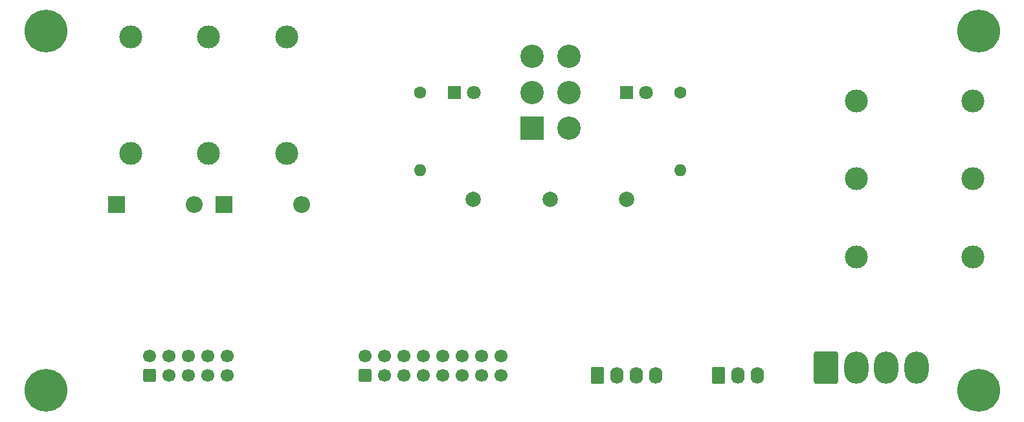
<source format=gbs>
%TF.GenerationSoftware,KiCad,Pcbnew,8.0.6*%
%TF.CreationDate,2025-02-13T13:22:52+00:00*%
%TF.ProjectId,power-distribution-board,706f7765-722d-4646-9973-747269627574,r01*%
%TF.SameCoordinates,Original*%
%TF.FileFunction,Soldermask,Bot*%
%TF.FilePolarity,Negative*%
%FSLAX46Y46*%
G04 Gerber Fmt 4.6, Leading zero omitted, Abs format (unit mm)*
G04 Created by KiCad (PCBNEW 8.0.6) date 2025-02-13 13:22:52*
%MOMM*%
%LPD*%
G01*
G04 APERTURE LIST*
G04 Aperture macros list*
%AMRoundRect*
0 Rectangle with rounded corners*
0 $1 Rounding radius*
0 $2 $3 $4 $5 $6 $7 $8 $9 X,Y pos of 4 corners*
0 Add a 4 corners polygon primitive as box body*
4,1,4,$2,$3,$4,$5,$6,$7,$8,$9,$2,$3,0*
0 Add four circle primitives for the rounded corners*
1,1,$1+$1,$2,$3*
1,1,$1+$1,$4,$5*
1,1,$1+$1,$6,$7*
1,1,$1+$1,$8,$9*
0 Add four rect primitives between the rounded corners*
20,1,$1+$1,$2,$3,$4,$5,0*
20,1,$1+$1,$4,$5,$6,$7,0*
20,1,$1+$1,$6,$7,$8,$9,0*
20,1,$1+$1,$8,$9,$2,$3,0*%
G04 Aperture macros list end*
%ADD10R,1.800000X1.800000*%
%ADD11C,1.800000*%
%ADD12C,3.000000*%
%ADD13C,5.600000*%
%ADD14C,2.000000*%
%ADD15R,3.048000X3.048000*%
%ADD16C,3.048000*%
%ADD17C,1.600000*%
%ADD18O,1.600000X1.600000*%
%ADD19RoundRect,0.250000X0.600000X-0.600000X0.600000X0.600000X-0.600000X0.600000X-0.600000X-0.600000X0*%
%ADD20C,1.700000*%
%ADD21R,2.200000X2.200000*%
%ADD22O,2.200000X2.200000*%
%ADD23RoundRect,0.250000X-0.620000X-0.845000X0.620000X-0.845000X0.620000X0.845000X-0.620000X0.845000X0*%
%ADD24O,1.740000X2.190000*%
%ADD25RoundRect,0.250000X-1.330000X-1.850000X1.330000X-1.850000X1.330000X1.850000X-1.330000X1.850000X0*%
%ADD26O,3.160000X4.200000*%
G04 APERTURE END LIST*
D10*
%TO.C,D2*%
X149000000Y-82000000D03*
D11*
X151540000Y-82000000D03*
%TD*%
D10*
%TO.C,D1*%
X126460000Y-82000000D03*
D11*
X129000000Y-82000000D03*
%TD*%
D12*
%TO.C,J8*%
X179000000Y-83100000D03*
X194300000Y-83100000D03*
%TD*%
D13*
%TO.C,H3*%
X195000000Y-74000000D03*
%TD*%
D14*
%TO.C,TP3*%
X139000000Y-96000000D03*
%TD*%
D12*
%TO.C,J9*%
X179000000Y-103500000D03*
X194300000Y-103500000D03*
%TD*%
D13*
%TO.C,H1*%
X73000000Y-74000000D03*
%TD*%
D15*
%TO.C,SW1*%
X136587000Y-86699000D03*
D16*
X136587000Y-82000000D03*
X136587000Y-77301000D03*
X141413000Y-86699000D03*
X141413000Y-82000000D03*
X141413000Y-77301000D03*
%TD*%
D17*
%TO.C,R2*%
X156000000Y-82000000D03*
D18*
X156000000Y-92160000D03*
%TD*%
D12*
%TO.C,J1*%
X84100000Y-90000000D03*
X84100000Y-74700000D03*
%TD*%
D14*
%TO.C,TP1*%
X128913000Y-96000000D03*
%TD*%
D12*
%TO.C,J3*%
X94305000Y-90000000D03*
X94305000Y-74700000D03*
%TD*%
D19*
%TO.C,J5*%
X86532500Y-119000000D03*
D20*
X86532500Y-116460000D03*
X89072500Y-119000000D03*
X89072500Y-116460000D03*
X91612500Y-119000000D03*
X91612500Y-116460000D03*
X94152500Y-119000000D03*
X94152500Y-116460000D03*
X96692500Y-119000000D03*
X96692500Y-116460000D03*
%TD*%
D21*
%TO.C,D4*%
X96305000Y-96700000D03*
D22*
X106465000Y-96700000D03*
%TD*%
D23*
%TO.C,J7*%
X161000000Y-118980000D03*
D24*
X163540000Y-118980000D03*
X166080000Y-118980000D03*
%TD*%
D23*
%TO.C,J6*%
X145190000Y-118980000D03*
D24*
X147730000Y-118980000D03*
X150270000Y-118980000D03*
X152810000Y-118980000D03*
%TD*%
D21*
%TO.C,D3*%
X82225000Y-96700000D03*
D22*
X92385000Y-96700000D03*
%TD*%
D17*
%TO.C,R1*%
X122000000Y-82000000D03*
D18*
X122000000Y-92160000D03*
%TD*%
D13*
%TO.C,H4*%
X195000000Y-121000000D03*
%TD*%
D14*
%TO.C,TP2*%
X149000000Y-96000000D03*
%TD*%
D13*
%TO.C,H2*%
X73000000Y-121000000D03*
%TD*%
D25*
%TO.C,J11*%
X175040000Y-118000000D03*
D26*
X179000000Y-118000000D03*
X182960000Y-118000000D03*
X186920000Y-118000000D03*
%TD*%
D19*
%TO.C,J4*%
X114760000Y-119000000D03*
D20*
X114760000Y-116460000D03*
X117300000Y-119000000D03*
X117300000Y-116460000D03*
X119840000Y-119000000D03*
X119840000Y-116460000D03*
X122380000Y-119000000D03*
X122380000Y-116460000D03*
X124920000Y-119000000D03*
X124920000Y-116460000D03*
X127460000Y-119000000D03*
X127460000Y-116460000D03*
X130000000Y-119000000D03*
X130000000Y-116460000D03*
X132540000Y-119000000D03*
X132540000Y-116460000D03*
%TD*%
D12*
%TO.C,J10*%
X179000000Y-93305000D03*
X194300000Y-93305000D03*
%TD*%
%TO.C,J2*%
X104500000Y-90000000D03*
X104500000Y-74700000D03*
%TD*%
M02*

</source>
